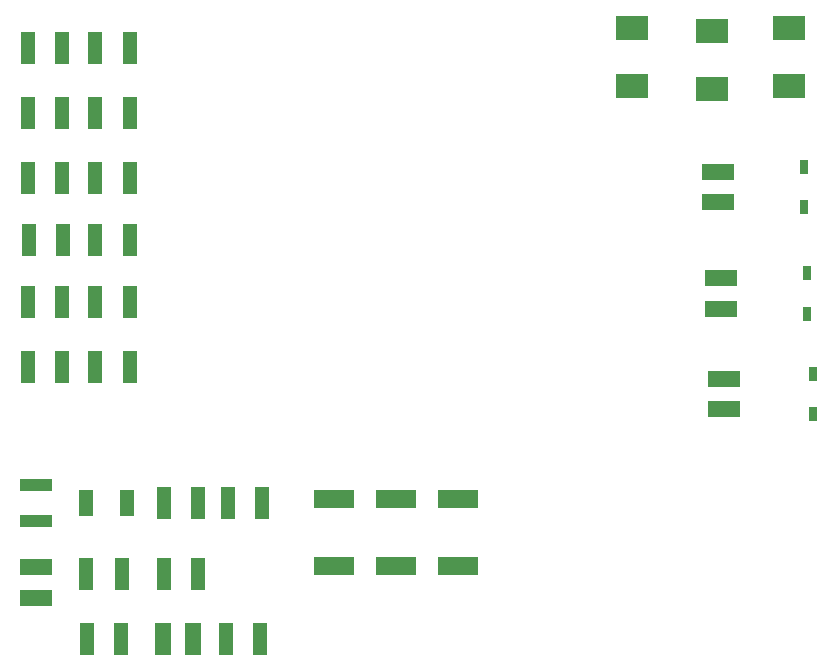
<source format=gtp>
G04*
G04 #@! TF.GenerationSoftware,Altium Limited,Altium Designer,23.4.1 (23)*
G04*
G04 Layer_Color=8421504*
%FSLAX44Y44*%
%MOMM*%
G71*
G04*
G04 #@! TF.SameCoordinates,23056885-4623-4C4A-AB4B-1A291C1D203A*
G04*
G04*
G04 #@! TF.FilePolarity,Positive*
G04*
G01*
G75*
%ADD17R,2.7200X1.3500*%
%ADD18R,0.8000X1.3000*%
%ADD19R,1.2500X2.7000*%
%ADD20R,1.1500X2.7000*%
%ADD21R,2.8000X2.1500*%
%ADD22R,3.4500X1.6500*%
%ADD23R,2.7000X1.1000*%
%ADD24R,1.2500X2.3000*%
%ADD25R,1.3500X2.7200*%
D17*
X750000Y357100D02*
D03*
Y382900D02*
D03*
X170000Y138300D02*
D03*
Y112500D02*
D03*
X752500Y297900D02*
D03*
Y272100D02*
D03*
X747500Y472900D02*
D03*
Y447100D02*
D03*
D18*
X822500Y387000D02*
D03*
Y353000D02*
D03*
X827500Y268000D02*
D03*
Y302000D02*
D03*
X820000Y443000D02*
D03*
Y477000D02*
D03*
D19*
X306750Y192500D02*
D03*
X278250D02*
D03*
X361000D02*
D03*
X332500D02*
D03*
X278250Y132500D02*
D03*
X306750D02*
D03*
X163250Y467500D02*
D03*
X191750D02*
D03*
X163250Y577500D02*
D03*
X191750D02*
D03*
Y307500D02*
D03*
X163250D02*
D03*
X191750Y362500D02*
D03*
X163250D02*
D03*
X213250Y77500D02*
D03*
X241750D02*
D03*
X330750Y77500D02*
D03*
X359250D02*
D03*
X192500Y415000D02*
D03*
X164000D02*
D03*
X191750Y522500D02*
D03*
X163250D02*
D03*
D20*
X250000Y577500D02*
D03*
X220000D02*
D03*
X250000Y467500D02*
D03*
X220000D02*
D03*
Y307500D02*
D03*
X250000D02*
D03*
X220000Y362500D02*
D03*
X250000D02*
D03*
X220000Y415000D02*
D03*
X250000D02*
D03*
X242500Y132500D02*
D03*
X212500D02*
D03*
X220000Y522500D02*
D03*
X250000D02*
D03*
D21*
X807500Y545450D02*
D03*
Y594550D02*
D03*
X742500Y542950D02*
D03*
Y592050D02*
D03*
X675000Y545450D02*
D03*
Y594550D02*
D03*
D22*
X422500Y196000D02*
D03*
Y139000D02*
D03*
X475000Y196000D02*
D03*
Y139000D02*
D03*
X527500Y196000D02*
D03*
Y139000D02*
D03*
D23*
X170000Y177500D02*
D03*
Y207500D02*
D03*
D24*
X212750Y192500D02*
D03*
X247250D02*
D03*
D25*
X277100Y77500D02*
D03*
X302900D02*
D03*
M02*

</source>
